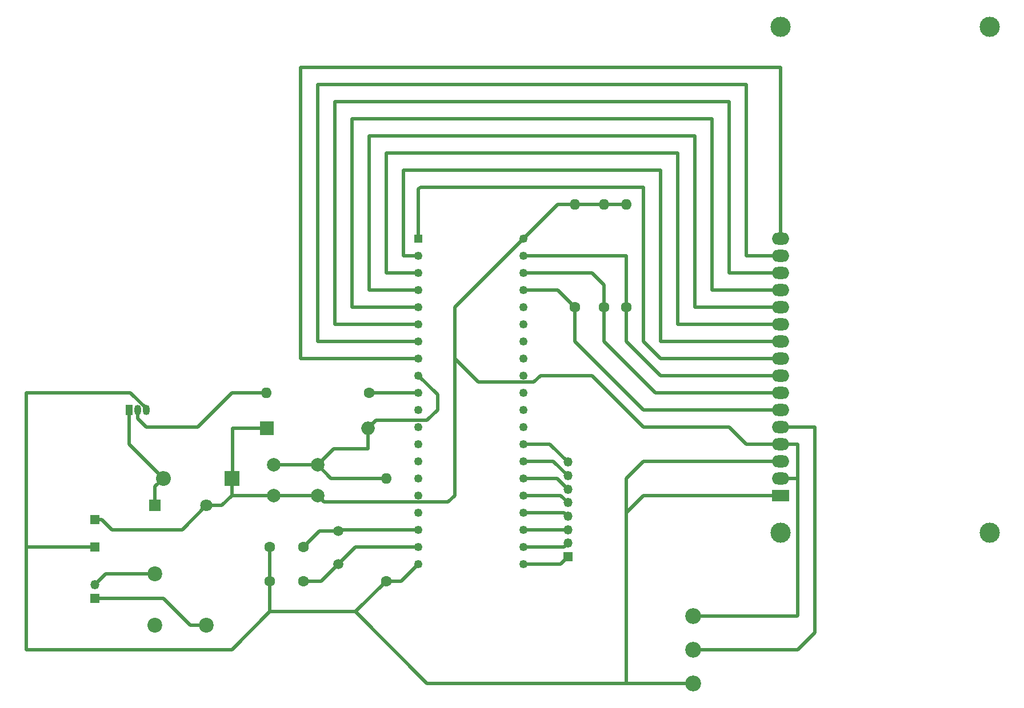
<source format=gbr>
%TF.GenerationSoftware,KiCad,Pcbnew,7.0.2*%
%TF.CreationDate,2023-06-03T11:17:19+05:30*%
%TF.ProjectId,gerb,67657262-2e6b-4696-9361-645f70636258,rev?*%
%TF.SameCoordinates,Original*%
%TF.FileFunction,Copper,L1,Top*%
%TF.FilePolarity,Positive*%
%FSLAX46Y46*%
G04 Gerber Fmt 4.6, Leading zero omitted, Abs format (unit mm)*
G04 Created by KiCad (PCBNEW 7.0.2) date 2023-06-03 11:17:19*
%MOMM*%
%LPD*%
G01*
G04 APERTURE LIST*
%TA.AperFunction,ComponentPad*%
%ADD10C,2.000000*%
%TD*%
%TA.AperFunction,ComponentPad*%
%ADD11C,1.600000*%
%TD*%
%TA.AperFunction,ComponentPad*%
%ADD12O,1.600000X1.600000*%
%TD*%
%TA.AperFunction,ComponentPad*%
%ADD13C,2.340000*%
%TD*%
%TA.AperFunction,ComponentPad*%
%ADD14C,3.000000*%
%TD*%
%TA.AperFunction,ComponentPad*%
%ADD15R,2.600000X1.800000*%
%TD*%
%TA.AperFunction,ComponentPad*%
%ADD16O,2.600000X1.800000*%
%TD*%
%TA.AperFunction,ComponentPad*%
%ADD17R,1.250000X1.250000*%
%TD*%
%TA.AperFunction,ComponentPad*%
%ADD18C,1.250000*%
%TD*%
%TA.AperFunction,ComponentPad*%
%ADD19R,1.350000X1.350000*%
%TD*%
%TA.AperFunction,ComponentPad*%
%ADD20O,1.350000X1.350000*%
%TD*%
%TA.AperFunction,ComponentPad*%
%ADD21C,2.200000*%
%TD*%
%TA.AperFunction,ComponentPad*%
%ADD22R,1.800000X1.800000*%
%TD*%
%TA.AperFunction,ComponentPad*%
%ADD23C,1.800000*%
%TD*%
%TA.AperFunction,ComponentPad*%
%ADD24R,2.000000X2.000000*%
%TD*%
%TA.AperFunction,ComponentPad*%
%ADD25O,2.000000X2.000000*%
%TD*%
%TA.AperFunction,ComponentPad*%
%ADD26C,1.500000*%
%TD*%
%TA.AperFunction,ComponentPad*%
%ADD27R,2.200000X2.200000*%
%TD*%
%TA.AperFunction,ComponentPad*%
%ADD28O,2.200000X2.200000*%
%TD*%
%TA.AperFunction,ComponentPad*%
%ADD29R,1.050000X1.500000*%
%TD*%
%TA.AperFunction,ComponentPad*%
%ADD30O,1.050000X1.500000*%
%TD*%
%TA.AperFunction,Conductor*%
%ADD31C,0.500000*%
%TD*%
G04 APERTURE END LIST*
D10*
%TO.P,SW1,1,1*%
%TO.N,VCC*%
X91440000Y-99060000D03*
X84940000Y-99060000D03*
%TO.P,SW1,2,2*%
%TO.N,Net-(U1-RST)*%
X91440000Y-94560000D03*
X84940000Y-94560000D03*
%TD*%
D11*
%TO.P,R5,1*%
%TO.N,Net-(DS1-R{slash}~{W})*%
X133890000Y-71120000D03*
D12*
%TO.P,R5,2*%
%TO.N,VCC*%
X133890000Y-55880000D03*
%TD*%
D11*
%TO.P,C2,1*%
%TO.N,Net-(U1-XTAL2)*%
X89360000Y-106720000D03*
%TO.P,C2,2*%
%TO.N,GND*%
X84360000Y-106720000D03*
%TD*%
%TO.P,R4,1*%
%TO.N,Net-(DS1-RS)*%
X129540000Y-71120000D03*
D12*
%TO.P,R4,2*%
%TO.N,VCC*%
X129540000Y-55880000D03*
%TD*%
D11*
%TO.P,R7,1*%
%TO.N,Net-(U1-(RXD)P3.0)*%
X99060000Y-83820000D03*
D12*
%TO.P,R7,2*%
%TO.N,Net-(Q2-B)*%
X83820000Y-83820000D03*
%TD*%
D11*
%TO.P,R6,1*%
%TO.N,Net-(DS1-E)*%
X137160000Y-71120000D03*
D12*
%TO.P,R6,2*%
%TO.N,VCC*%
X137160000Y-55880000D03*
%TD*%
D13*
%TO.P,RV1,1,1*%
%TO.N,VCC*%
X147060000Y-116920000D03*
%TO.P,RV1,2,2*%
%TO.N,Net-(DS1-Vo)*%
X147060000Y-121920000D03*
%TO.P,RV1,3,3*%
%TO.N,GND*%
X147060000Y-126920000D03*
%TD*%
D14*
%TO.P,DS1,*%
%TO.N,*%
X160020000Y-104559100D03*
X191020700Y-104559100D03*
X191020700Y-29560520D03*
X160020000Y-29560000D03*
D15*
%TO.P,DS1,1,LEDK*%
%TO.N,GND*%
X160020000Y-99060000D03*
D16*
%TO.P,DS1,2,LEDA*%
%TO.N,VCC*%
X160020000Y-96520000D03*
%TO.P,DS1,3,VSS*%
%TO.N,GND*%
X160020000Y-93980000D03*
%TO.P,DS1,4,VDD*%
%TO.N,VCC*%
X160020000Y-91440000D03*
%TO.P,DS1,5,Vo*%
%TO.N,Net-(DS1-Vo)*%
X160020000Y-88900000D03*
%TO.P,DS1,6,RS*%
%TO.N,Net-(DS1-RS)*%
X160020000Y-86360000D03*
%TO.P,DS1,7,R/~{W}*%
%TO.N,Net-(DS1-R{slash}~{W})*%
X160020000Y-83820000D03*
%TO.P,DS1,8,E*%
%TO.N,Net-(DS1-E)*%
X160020000Y-81280000D03*
%TO.P,DS1,9,DB0*%
%TO.N,Net-(DS1-DB0)*%
X160020000Y-78740000D03*
%TO.P,DS1,10,DB1*%
%TO.N,Net-(DS1-DB1)*%
X160020000Y-76200000D03*
%TO.P,DS1,11,DB2*%
%TO.N,Net-(DS1-DB2)*%
X160020000Y-73660000D03*
%TO.P,DS1,12,DB3*%
%TO.N,Net-(DS1-DB3)*%
X160020000Y-71120000D03*
%TO.P,DS1,13,DB4*%
%TO.N,Net-(DS1-DB4)*%
X160020000Y-68580000D03*
%TO.P,DS1,14,DB5*%
%TO.N,Net-(DS1-DB5)*%
X160020000Y-66040000D03*
%TO.P,DS1,15,DB6*%
%TO.N,Net-(DS1-DB6)*%
X160020000Y-63500000D03*
%TO.P,DS1,16,DB7*%
%TO.N,Net-(DS1-DB7)*%
X160020000Y-60960000D03*
%TD*%
D17*
%TO.P,U1,1,P1.0*%
%TO.N,Net-(DS1-DB0)*%
X106362000Y-60960000D03*
D18*
%TO.P,U1,2,P1.1*%
%TO.N,Net-(DS1-DB1)*%
X106362000Y-63500000D03*
%TO.P,U1,3,P1.2*%
%TO.N,Net-(DS1-DB2)*%
X106362000Y-66040000D03*
%TO.P,U1,4,P1.3*%
%TO.N,Net-(DS1-DB3)*%
X106362000Y-68580000D03*
%TO.P,U1,5,P1.4*%
%TO.N,Net-(DS1-DB4)*%
X106362000Y-71120000D03*
%TO.P,U1,6,P1.5*%
%TO.N,Net-(DS1-DB5)*%
X106362000Y-73660000D03*
%TO.P,U1,7,P1.6*%
%TO.N,Net-(DS1-DB6)*%
X106362000Y-76200000D03*
%TO.P,U1,8,P1.7*%
%TO.N,Net-(DS1-DB7)*%
X106362000Y-78740000D03*
%TO.P,U1,9,RST*%
%TO.N,Net-(U1-RST)*%
X106362000Y-81280000D03*
%TO.P,U1,10,(RXD)P3.0*%
%TO.N,Net-(U1-(RXD)P3.0)*%
X106362000Y-83820000D03*
%TO.P,U1,11,(TXD)P3.1*%
%TO.N,unconnected-(U1-(TXD)P3.1-Pad11)*%
X106362000Y-86360000D03*
%TO.P,U1,12,(INT0)P3.2*%
%TO.N,unconnected-(U1-(INT0)P3.2-Pad12)*%
X106362000Y-88900000D03*
%TO.P,U1,13,(INT1)P3.3*%
%TO.N,unconnected-(U1-(INT1)P3.3-Pad13)*%
X106362000Y-91440000D03*
%TO.P,U1,14,(T0)P3.4*%
%TO.N,unconnected-(U1-(T0)P3.4-Pad14)*%
X106362000Y-93980000D03*
%TO.P,U1,15,(T1)P3.5*%
%TO.N,unconnected-(U1-(T1)P3.5-Pad15)*%
X106362000Y-96520000D03*
%TO.P,U1,16,(WR)P3.6*%
%TO.N,unconnected-(U1-(WR)P3.6-Pad16)*%
X106362000Y-99060000D03*
%TO.P,U1,17,(RD)P3.7*%
%TO.N,unconnected-(U1-(RD)P3.7-Pad17)*%
X106362000Y-101600000D03*
%TO.P,U1,18,XTAL2*%
%TO.N,Net-(U1-XTAL2)*%
X106362000Y-104140000D03*
%TO.P,U1,19,XTAL1*%
%TO.N,Net-(U1-XTAL1)*%
X106362000Y-106680000D03*
%TO.P,U1,20,GND*%
%TO.N,GND*%
X106362000Y-109220000D03*
%TO.P,U1,21,P2.0(AD8)*%
%TO.N,Net-(J1-Pin_1)*%
X121920000Y-109220000D03*
%TO.P,U1,22,P2.1(AD9)*%
%TO.N,Net-(J1-Pin_2)*%
X121920000Y-106680000D03*
%TO.P,U1,23,P2.2(AD10)*%
%TO.N,Net-(J1-Pin_3)*%
X121920000Y-104140000D03*
%TO.P,U1,24,P2.3(AD11)*%
%TO.N,Net-(J1-Pin_4)*%
X121920000Y-101600000D03*
%TO.P,U1,25,P2.4(AD12)*%
%TO.N,Net-(J1-Pin_5)*%
X121920000Y-99060000D03*
%TO.P,U1,26,P2.5(AD13)*%
%TO.N,Net-(J1-Pin_6)*%
X121920000Y-96520000D03*
%TO.P,U1,27,P2.6(AD14)*%
%TO.N,Net-(J1-Pin_7)*%
X121920000Y-93980000D03*
%TO.P,U1,28,P2.7(AD15)*%
%TO.N,Net-(J1-Pin_8)*%
X121920000Y-91440000D03*
%TO.P,U1,29,~PSEN*%
%TO.N,unconnected-(U1-~PSEN-Pad29)*%
X121920000Y-88900000D03*
%TO.P,U1,30,ALE/~PROG*%
%TO.N,unconnected-(U1-ALE{slash}~PROG-Pad30)*%
X121920000Y-86360000D03*
%TO.P,U1,31,~EA/VPP*%
%TO.N,unconnected-(U1-~EA{slash}VPP-Pad31)*%
X121920000Y-83820000D03*
%TO.P,U1,32,P0.7(AD7)*%
%TO.N,unconnected-(U1-P0.7(AD7)-Pad32)*%
X121920000Y-81280000D03*
%TO.P,U1,33,P0.6(AD6)*%
%TO.N,unconnected-(U1-P0.6(AD6)-Pad33)*%
X121920000Y-78740000D03*
%TO.P,U1,34,P0.5(AD5)*%
%TO.N,unconnected-(U1-P0.5(AD5)-Pad34)*%
X121920000Y-76200000D03*
%TO.P,U1,35,P0.4(AD4)*%
%TO.N,unconnected-(U1-P0.4(AD4)-Pad35)*%
X121920000Y-73660000D03*
%TO.P,U1,36,P0.3(AD3)*%
%TO.N,unconnected-(U1-P0.3(AD3)-Pad36)*%
X121920000Y-71120000D03*
%TO.P,U1,37,P0.2(AD2)*%
%TO.N,Net-(DS1-RS)*%
X121920000Y-68580000D03*
%TO.P,U1,38,P0.1(AD1)*%
%TO.N,Net-(DS1-R{slash}~{W})*%
X121920000Y-66040000D03*
%TO.P,U1,39,P0.0(AD0)*%
%TO.N,Net-(DS1-E)*%
X121920000Y-63500000D03*
%TO.P,U1,40,VCC*%
%TO.N,VCC*%
X121920000Y-60960000D03*
%TD*%
D19*
%TO.P,J4,1,Pin_1*%
%TO.N,GND*%
X58420000Y-106680000D03*
%TD*%
%TO.P,J2,1,Pin_1*%
%TO.N,Net-(J2-Pin_1)*%
X58420000Y-114300000D03*
D20*
%TO.P,J2,2,Pin_2*%
%TO.N,Net-(J2-Pin_2)*%
X58420000Y-112300000D03*
%TD*%
D19*
%TO.P,J3,1,Pin_1*%
%TO.N,VCC*%
X58420000Y-102630000D03*
%TD*%
D21*
%TO.P,K1,11*%
%TO.N,Net-(J2-Pin_2)*%
X67362500Y-110682500D03*
%TO.P,K1,12*%
%TO.N,Net-(J2-Pin_1)*%
X74982500Y-118302500D03*
%TO.P,K1,14*%
%TO.N,unconnected-(K1-Pad14)*%
X67362500Y-118302500D03*
D22*
%TO.P,K1,A1*%
%TO.N,Net-(D1-A)*%
X67362500Y-100522500D03*
D23*
%TO.P,K1,A2*%
%TO.N,VCC*%
X74982500Y-100522500D03*
%TD*%
D24*
%TO.P,C3,1*%
%TO.N,VCC*%
X83940000Y-89142500D03*
D25*
%TO.P,C3,2*%
%TO.N,Net-(U1-RST)*%
X98940000Y-89142500D03*
%TD*%
D11*
%TO.P,C1,1*%
%TO.N,Net-(U1-XTAL1)*%
X89360000Y-111800000D03*
%TO.P,C1,2*%
%TO.N,GND*%
X84360000Y-111800000D03*
%TD*%
%TO.P,R1,1*%
%TO.N,GND*%
X101600000Y-111760000D03*
D12*
%TO.P,R1,2*%
%TO.N,Net-(U1-RST)*%
X101600000Y-96520000D03*
%TD*%
D26*
%TO.P,Y1,1,1*%
%TO.N,Net-(U1-XTAL1)*%
X94520000Y-109220000D03*
%TO.P,Y1,2,2*%
%TO.N,Net-(U1-XTAL2)*%
X94520000Y-104320000D03*
%TD*%
D19*
%TO.P,J1,1,Pin_1*%
%TO.N,Net-(J1-Pin_1)*%
X128540000Y-108140000D03*
D20*
%TO.P,J1,2,Pin_2*%
%TO.N,Net-(J1-Pin_2)*%
X128540000Y-106140000D03*
%TO.P,J1,3,Pin_3*%
%TO.N,Net-(J1-Pin_3)*%
X128540000Y-104140000D03*
%TO.P,J1,4,Pin_4*%
%TO.N,Net-(J1-Pin_4)*%
X128540000Y-102140000D03*
%TO.P,J1,5,Pin_5*%
%TO.N,Net-(J1-Pin_5)*%
X128540000Y-100140000D03*
%TO.P,J1,6,Pin_6*%
%TO.N,Net-(J1-Pin_6)*%
X128540000Y-98140000D03*
%TO.P,J1,7,Pin_7*%
%TO.N,Net-(J1-Pin_7)*%
X128540000Y-96140000D03*
%TO.P,J1,8,Pin_8*%
%TO.N,Net-(J1-Pin_8)*%
X128540000Y-94140000D03*
%TD*%
D27*
%TO.P,D1,1,K*%
%TO.N,VCC*%
X78740000Y-96520000D03*
D28*
%TO.P,D1,2,A*%
%TO.N,Net-(D1-A)*%
X68580000Y-96520000D03*
%TD*%
D29*
%TO.P,Q2,1,C*%
%TO.N,Net-(D1-A)*%
X63500000Y-86360000D03*
D30*
%TO.P,Q2,2,B*%
%TO.N,Net-(Q2-B)*%
X64770000Y-86360000D03*
%TO.P,Q2,3,E*%
%TO.N,GND*%
X66040000Y-86360000D03*
%TD*%
D31*
%TO.N,Net-(U1-XTAL1)*%
X89360000Y-111800000D02*
X91940000Y-111800000D01*
X97060000Y-106680000D02*
X94520000Y-109220000D01*
X91940000Y-111800000D02*
X94520000Y-109220000D01*
X106362000Y-106680000D02*
X97060000Y-106680000D01*
%TO.N,GND*%
X78740000Y-121920000D02*
X84360000Y-116300000D01*
X84360000Y-116300000D02*
X84360000Y-111800000D01*
X66040000Y-86135000D02*
X63725000Y-83820000D01*
X101600000Y-111760000D02*
X97060000Y-116300000D01*
X107680000Y-126920000D02*
X97060000Y-116300000D01*
X137160000Y-126920000D02*
X107680000Y-126920000D01*
X103822000Y-111760000D02*
X101600000Y-111760000D01*
X48260000Y-106680000D02*
X48260000Y-121920000D01*
X97060000Y-116300000D02*
X84360000Y-116300000D01*
X139700000Y-93980000D02*
X137160000Y-96520000D01*
X139700000Y-99060000D02*
X160020000Y-99060000D01*
X147060000Y-126920000D02*
X137160000Y-126920000D01*
X58420000Y-106680000D02*
X48260000Y-106680000D01*
X106362000Y-109220000D02*
X103822000Y-111760000D01*
X63725000Y-83820000D02*
X48260000Y-83820000D01*
X66040000Y-86360000D02*
X66040000Y-86135000D01*
X137160000Y-126920000D02*
X137160000Y-101600000D01*
X84360000Y-111800000D02*
X84360000Y-106720000D01*
X137160000Y-96520000D02*
X137160000Y-101600000D01*
X160020000Y-93980000D02*
X139700000Y-93980000D01*
X48260000Y-83820000D02*
X48260000Y-106680000D01*
X137160000Y-101600000D02*
X139700000Y-99060000D01*
X48260000Y-121920000D02*
X78740000Y-121920000D01*
%TO.N,Net-(U1-XTAL2)*%
X94700000Y-104140000D02*
X94520000Y-104320000D01*
X91760000Y-104320000D02*
X89360000Y-106720000D01*
X94520000Y-104320000D02*
X91760000Y-104320000D01*
X106362000Y-104140000D02*
X94700000Y-104140000D01*
%TO.N,VCC*%
X162480000Y-116920000D02*
X147060000Y-116920000D01*
X92390000Y-100010000D02*
X91440000Y-99060000D01*
X77277500Y-100522500D02*
X78740000Y-99060000D01*
X110810000Y-100010000D02*
X92390000Y-100010000D01*
X83940000Y-89142500D02*
X78860000Y-89142500D01*
X78860000Y-89142500D02*
X78860000Y-96400000D01*
X115250000Y-82230000D02*
X111760000Y-78740000D01*
X111760000Y-99060000D02*
X110810000Y-100010000D01*
X111760000Y-78740000D02*
X111760000Y-99060000D01*
X84940000Y-99060000D02*
X91440000Y-99060000D01*
X160020000Y-91440000D02*
X162560000Y-91440000D01*
X121920000Y-60960000D02*
X127000000Y-55880000D01*
X162560000Y-96520000D02*
X162560000Y-116840000D01*
X59450000Y-102630000D02*
X58420000Y-102630000D01*
X74982500Y-100522500D02*
X71365000Y-104140000D01*
X154940000Y-91440000D02*
X152400000Y-88900000D01*
X71365000Y-104140000D02*
X60960000Y-104140000D01*
X162560000Y-116840000D02*
X162480000Y-116920000D01*
X123510000Y-82230000D02*
X115250000Y-82230000D01*
X84940000Y-99060000D02*
X78740000Y-99060000D01*
X152400000Y-88900000D02*
X139700000Y-88900000D01*
X139700000Y-88900000D02*
X132080000Y-81280000D01*
X124460000Y-81280000D02*
X123510000Y-82230000D01*
X160020000Y-91440000D02*
X154940000Y-91440000D01*
X127000000Y-55880000D02*
X129540000Y-55880000D01*
X132080000Y-81280000D02*
X124460000Y-81280000D01*
X111760000Y-71120000D02*
X111760000Y-78740000D01*
X60960000Y-104140000D02*
X59450000Y-102630000D01*
X121920000Y-60960000D02*
X111760000Y-71120000D01*
X74982500Y-100522500D02*
X77277500Y-100522500D01*
X162560000Y-91440000D02*
X162560000Y-96520000D01*
X78740000Y-99060000D02*
X78740000Y-96520000D01*
X160020000Y-96520000D02*
X162560000Y-96520000D01*
X78860000Y-96400000D02*
X78740000Y-96520000D01*
X137160000Y-55880000D02*
X133890000Y-55880000D01*
X133890000Y-55880000D02*
X129540000Y-55880000D01*
%TO.N,Net-(U1-RST)*%
X98940000Y-92140000D02*
X93860000Y-92140000D01*
X109220000Y-84138000D02*
X109220000Y-86360000D01*
X93400000Y-96520000D02*
X91440000Y-94560000D01*
X93860000Y-92140000D02*
X91440000Y-94560000D01*
X107630000Y-87950000D02*
X100132500Y-87950000D01*
X100132500Y-87950000D02*
X98940000Y-89142500D01*
X98940000Y-89142500D02*
X98940000Y-92140000D01*
X106362000Y-81280000D02*
X109220000Y-84138000D01*
X101600000Y-96520000D02*
X93400000Y-96520000D01*
X109220000Y-86360000D02*
X107630000Y-87950000D01*
X84940000Y-94560000D02*
X91440000Y-94560000D01*
%TO.N,Net-(D1-A)*%
X63500000Y-91440000D02*
X63500000Y-86360000D01*
X68580000Y-96520000D02*
X63500000Y-91440000D01*
X67362500Y-97737500D02*
X68580000Y-96520000D01*
X67362500Y-100522500D02*
X67362500Y-97737500D01*
%TO.N,Net-(DS1-Vo)*%
X165100000Y-119380000D02*
X165100000Y-88900000D01*
X162560000Y-121920000D02*
X165100000Y-119380000D01*
X165100000Y-88900000D02*
X160020000Y-88900000D01*
X147060000Y-121920000D02*
X162560000Y-121920000D01*
%TO.N,Net-(DS1-RS)*%
X139700000Y-86360000D02*
X129540000Y-76200000D01*
X160020000Y-86360000D02*
X139700000Y-86360000D01*
X129540000Y-76200000D02*
X129540000Y-71120000D01*
X121920000Y-68580000D02*
X127000000Y-68580000D01*
X127000000Y-68580000D02*
X129540000Y-71120000D01*
%TO.N,Net-(DS1-R{slash}~{W})*%
X141510000Y-83820000D02*
X133890000Y-76200000D01*
X160020000Y-83820000D02*
X141510000Y-83820000D01*
X121920000Y-66040000D02*
X132080000Y-66040000D01*
X132080000Y-66040000D02*
X133890000Y-67850000D01*
X133890000Y-76200000D02*
X133890000Y-71120000D01*
X133890000Y-67850000D02*
X133890000Y-71120000D01*
%TO.N,Net-(DS1-E)*%
X137160000Y-63500000D02*
X137160000Y-71120000D01*
X142240000Y-81280000D02*
X137160000Y-76200000D01*
X137160000Y-76200000D02*
X137160000Y-71120000D01*
X121920000Y-63500000D02*
X137160000Y-63500000D01*
X160020000Y-81280000D02*
X142240000Y-81280000D01*
%TO.N,Net-(DS1-DB0)*%
X106362000Y-60960000D02*
X106362000Y-53658000D01*
X139700000Y-53340000D02*
X139700000Y-76200000D01*
X106680000Y-53340000D02*
X139700000Y-53340000D01*
X142240000Y-78740000D02*
X160020000Y-78740000D01*
X139700000Y-76200000D02*
X142240000Y-78740000D01*
X106362000Y-53658000D02*
X106680000Y-53340000D01*
%TO.N,Net-(DS1-DB1)*%
X104140000Y-50800000D02*
X142240000Y-50800000D01*
X142240000Y-76200000D02*
X160020000Y-76200000D01*
X106362000Y-63500000D02*
X104140000Y-63500000D01*
X142240000Y-50800000D02*
X142240000Y-76200000D01*
X104140000Y-63500000D02*
X104140000Y-50800000D01*
%TO.N,Net-(DS1-DB2)*%
X106362000Y-66040000D02*
X101600000Y-66040000D01*
X144780000Y-73660000D02*
X160020000Y-73660000D01*
X101600000Y-48260000D02*
X144780000Y-48260000D01*
X101600000Y-66040000D02*
X101600000Y-48260000D01*
X144780000Y-48260000D02*
X144780000Y-73660000D01*
%TO.N,Net-(DS1-DB3)*%
X99060000Y-68580000D02*
X99060000Y-45720000D01*
X106362000Y-68580000D02*
X99060000Y-68580000D01*
X99060000Y-45720000D02*
X147320000Y-45720000D01*
X147320000Y-71120000D02*
X160020000Y-71120000D01*
X147320000Y-45720000D02*
X147320000Y-71120000D01*
%TO.N,Net-(DS1-DB4)*%
X106362000Y-71120000D02*
X96520000Y-71120000D01*
X149860000Y-43180000D02*
X149860000Y-68580000D01*
X149860000Y-68580000D02*
X160020000Y-68580000D01*
X96520000Y-43180000D02*
X149860000Y-43180000D01*
X96520000Y-71120000D02*
X96520000Y-43180000D01*
%TO.N,Net-(DS1-DB5)*%
X152400000Y-66040000D02*
X152400000Y-40640000D01*
X160020000Y-66040000D02*
X152400000Y-66040000D01*
X106362000Y-73660000D02*
X93980000Y-73660000D01*
X93980000Y-73660000D02*
X93980000Y-40640000D01*
X152400000Y-40640000D02*
X93980000Y-40640000D01*
%TO.N,Net-(DS1-DB6)*%
X154940000Y-63500000D02*
X160020000Y-63500000D01*
X91440000Y-38100000D02*
X154940000Y-38100000D01*
X91440000Y-76200000D02*
X91440000Y-38100000D01*
X106362000Y-76200000D02*
X91440000Y-76200000D01*
X154940000Y-38100000D02*
X154940000Y-63500000D01*
%TO.N,Net-(DS1-DB7)*%
X160020000Y-35560000D02*
X160020000Y-60960000D01*
X106362000Y-78740000D02*
X88900000Y-78740000D01*
X88900000Y-35560000D02*
X160020000Y-35560000D01*
X88900000Y-78740000D02*
X88900000Y-35560000D01*
%TO.N,Net-(Q2-B)*%
X64770000Y-87630000D02*
X64770000Y-86360000D01*
X66040000Y-88900000D02*
X64770000Y-87630000D01*
X83820000Y-83820000D02*
X78740000Y-83820000D01*
X73660000Y-88900000D02*
X66040000Y-88900000D01*
X78740000Y-83820000D02*
X73660000Y-88900000D01*
%TO.N,Net-(U1-(RXD)P3.0)*%
X106362000Y-83820000D02*
X99060000Y-83820000D01*
%TO.N,Net-(J1-Pin_1)*%
X121920000Y-109220000D02*
X127460000Y-109220000D01*
X127460000Y-109220000D02*
X128540000Y-108140000D01*
%TO.N,Net-(J1-Pin_2)*%
X128000000Y-106680000D02*
X128540000Y-106140000D01*
X121920000Y-106680000D02*
X128000000Y-106680000D01*
%TO.N,Net-(J1-Pin_3)*%
X121920000Y-104140000D02*
X128540000Y-104140000D01*
%TO.N,Net-(J1-Pin_4)*%
X128000000Y-101600000D02*
X128540000Y-102140000D01*
X121920000Y-101600000D02*
X128000000Y-101600000D01*
%TO.N,Net-(J1-Pin_5)*%
X127460000Y-99060000D02*
X128540000Y-100140000D01*
X121920000Y-99060000D02*
X127460000Y-99060000D01*
%TO.N,Net-(J1-Pin_6)*%
X126920000Y-96520000D02*
X128540000Y-98140000D01*
X121920000Y-96520000D02*
X126920000Y-96520000D01*
%TO.N,Net-(J1-Pin_7)*%
X126380000Y-93980000D02*
X128540000Y-96140000D01*
X121920000Y-93980000D02*
X126380000Y-93980000D01*
%TO.N,Net-(J1-Pin_8)*%
X125840000Y-91440000D02*
X128540000Y-94140000D01*
X121920000Y-91440000D02*
X125840000Y-91440000D01*
%TO.N,Net-(J2-Pin_1)*%
X72582500Y-118302500D02*
X68580000Y-114300000D01*
X68580000Y-114300000D02*
X58420000Y-114300000D01*
X74982500Y-118302500D02*
X72582500Y-118302500D01*
%TO.N,Net-(J2-Pin_2)*%
X60037500Y-110682500D02*
X58420000Y-112300000D01*
X67362500Y-110682500D02*
X60037500Y-110682500D01*
%TD*%
M02*

</source>
